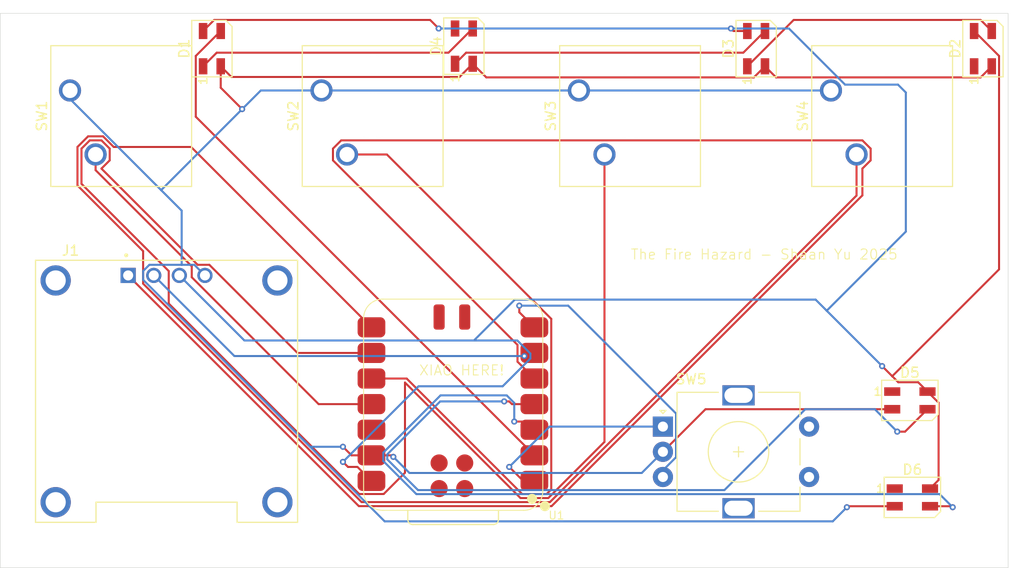
<source format=kicad_pcb>
(kicad_pcb (version 20240108) (generator "pcbnew") (generator_version "8.0")
  (layers (0 "F.Cu" signal) (31 "B.Cu" signal) (34 "B.Paste" user) (35 "F.Paste" user) (36 "B.SilkS" user "B.Silkscreen") (37 "F.SilkS" user "F.Silkscreen") (38 "B.Mask" user) (39 "F.Mask" user) (44 "Edge.Cuts" user))
  (net 0 "")
  (net 1 "Net-(D1-VSS)")
  (net 2 "Net-(D1-VDD)")
  (net 3 "Net-(D1-DIN)")
  (net 6 "Net-(D5-DIN)")
  (net 7 "Net-(D6-DIN)")
  (net 9 "Net-(J1-Pin_1)")
  (net 10 "Net-(J1-Pin_2)")
  (net 11 "Net-(U1-PA6_A10_D10_MOSI)")
  (net 12 "Net-(U1-PA5_A9_D9_MISO)")
  (net 13 "Net-(U1-PA7_A8_D8_SCK)")
  (net 14 "Net-(U1-PB09_A7_D7_RX)")
  (net 15 "Net-(U1-PA02_A0_D0)")
  (net 16 "Net-(U1-PB08_A6_D6_TX)")
  (net 18 "Net-(D1-DOUT)")
  (net 19 "Net-(D2-DIN)")
  (net 20 "Net-(D3-DIN)")
  (footprint "models:LED_SK6812MINI_PLCC4_3.5x3.5mm_P1.75mm" (layer "F.Cu") (at 126.5 104.5 90)
    (property "Reference" "D1" (at 0 -2.75 90) (layer "F.SilkS"))
    (property "Value" "SK6812MINI")
    (fp_line (start -2.8 -2) (end 2.8 -2) (stroke (width 0.12)) (layer "F.SilkS"))
    (fp_line (start -2.8 -2) (end -2.8 2) (stroke (width 0.12)) (layer "F.SilkS"))
    (fp_line (start 2.8 1.4) (end 2.8 -2) (stroke (width 0.12)) (layer "F.SilkS"))
    (fp_line (start 2.8 1.4) (end 2.2 2) (stroke (width 0.12)) (layer "F.SilkS"))
    (fp_line (start -2.8 2) (end 2.2 2) (stroke (width 0.12)) (layer "F.SilkS"))
    (fp_text user "1" (at -3.2 -0.875 90) (layer "F.SilkS") (effects (font (size 0.8 0.8))))
    (pad "1" smd rect (at -1.75 -0.875 90) (size 1.6 0.85) (layers "F.Cu" "F.Paste" "F.Mask") (net 18 "Net-(D1-DOUT)"))
    (pad "2" smd rect (at -1.75 0.875 90) (size 1.6 0.85) (layers "F.Cu" "F.Paste" "F.Mask") (net 1 "Net-(D1-VSS)"))
    (pad "3" smd rect (at 1.75 0.875 90) (size 1.6 0.85) (layers "F.Cu" "F.Paste" "F.Mask") (net 3 "Net-(D1-DIN)"))
    (pad "4" smd rect (at 1.75 -0.875 90) (size 1.6 0.85) (layers "F.Cu" "F.Paste" "F.Mask") (net 2 "Net-(D1-VDD)"))
  )
  (footprint "models:LED_SK6812MINI_PLCC4_3.5x3.5mm_P1.75mm" (layer "F.Cu") (at 151.5 104.25 90)
    (property "Reference" "D4" (at 0 -2.75 90) (layer "F.SilkS"))
    (property "Value" "SK6812MINI")
    (fp_line (start -2.8 -2) (end 2.8 -2) (stroke (width 0.12)) (layer "F.SilkS"))
    (fp_line (start -2.8 -2) (end -2.8 2) (stroke (width 0.12)) (layer "F.SilkS"))
    (fp_line (start 2.8 1.4) (end 2.8 -2) (stroke (width 0.12)) (layer "F.SilkS"))
    (fp_line (start 2.8 1.4) (end 2.2 2) (stroke (width 0.12)) (layer "F.SilkS"))
    (fp_line (start -2.8 2) (end 2.2 2) (stroke (width 0.12)) (layer "F.SilkS"))
    (fp_text user "1" (at -3.2 -0.875 90) (layer "F.SilkS") (effects (font (size 0.8 0.8))))
    (pad "1" smd rect (at -1.75 -0.875 90) (size 1.6 0.85) (layers "F.Cu" "F.Paste" "F.Mask") (net 20 "Net-(D3-DIN)"))
    (pad "2" smd rect (at -1.75 0.875 90) (size 1.6 0.85) (layers "F.Cu" "F.Paste" "F.Mask") (net 1 "Net-(D1-VSS)"))
    (pad "3" smd rect (at 1.75 0.875 90) (size 1.6 0.85) (layers "F.Cu" "F.Paste" "F.Mask") (net 18 "Net-(D1-DOUT)"))
    (pad "4" smd rect (at 1.75 -0.875 90) (size 1.6 0.85) (layers "F.Cu" "F.Paste" "F.Mask") (net 2 "Net-(D1-VDD)"))
  )
  (footprint "models:SW_Cherry_MX_1.00u_PCB" (layer "F.Cu") (at 137.37 108.65 90)
    (property "Reference" "SW2" (at -2.54 -2.794 90) (layer "F.SilkS"))
    (property "Value" "SW_Push")
    (fp_line (start 4.445 -1.905) (end 4.445 12.065) (stroke (width 0.12)) (layer "F.SilkS"))
    (fp_line (start -9.525 -1.905) (end 4.445 -1.905) (stroke (width 0.12)) (layer "F.SilkS"))
    (fp_line (start 4.445 12.065) (end -9.525 12.065) (stroke (width 0.12)) (layer "F.SilkS"))
    (fp_line (start -9.525 12.065) (end -9.525 -1.905) (stroke (width 0.12)) (layer "F.SilkS"))
    (pad "" np_thru_hole circle (at -7.62 5.08 90) (size 1.7 1.7) (drill 1.7) (layers "*.Cu" "*.Mask"))
    (pad "" np_thru_hole circle (at -2.54 5.08 90) (size 4 4) (drill 4) (layers "*.Cu" "*.Mask"))
    (pad "" np_thru_hole circle (at 2.54 5.08 90) (size 1.7 1.7) (drill 1.7) (layers "*.Cu" "*.Mask"))
    (pad "1" thru_hole circle (at 0 0 90) (size 2.2 2.2) (drill 1.5) (layers "*.Cu" "*.Mask") (net 1 "Net-(D1-VSS)"))
    (pad "2" thru_hole circle (at -6.35 2.54 90) (size 2.2 2.2) (drill 1.5) (layers "*.Cu" "*.Mask") (net 12 "Net-(U1-PA5_A9_D9_MISO)"))
  )
  (footprint "models:XIAO-RP2040-SMD" (layer "F.Cu") (at 150.4955 139.76975 180)
    (property "Reference" "U1" (at -9.335 -11.5 180) (layer "F.SilkS") (effects (font (size 0.78232 0.78232) (thickness 0.10668)) (justify left bottom)))
    (property "Value" "MOUDLE-SEEEDUINO-XIAO")
    (fp_line (start 8.945 8.513) (end 8.945 -8.632) (stroke (width 0.1)) (layer "F.SilkS"))
    (fp_line (start 7.04 -10.537) (end -6.93 -10.537) (stroke (width 0.1)) (layer "F.SilkS"))
    (fp_line (start 4.559 -11.447) (end 4.559 -10.537) (stroke (width 0.127)) (layer "F.SilkS"))
    (fp_line (start -3.936272 -11.947) (end 4.059 -11.947) (stroke (width 0.127)) (layer "F.SilkS"))
    (fp_line (start -4.44 -10.537) (end -4.436272 -11.447272) (stroke (width 0.127)) (layer "F.SilkS"))
    (fp_line (start -6.93 10.418) (end 7.04 10.418) (stroke (width 0.1)) (layer "F.SilkS"))
    (fp_line (start -8.835 8.513) (end -8.835 -8.632) (stroke (width 0.1)) (layer "F.SilkS"))
    (fp_arc (start 8.945 8.513) (mid 8.387038 9.860038) (end 7.04 10.418) (stroke (width 0.1)) (layer "F.SilkS"))
    (fp_arc (start 7.04 -10.537) (mid 8.387038 -9.979038) (end 8.945 -8.632) (stroke (width 0.1)) (layer "F.SilkS"))
    (fp_arc (start 4.059 -11.947) (mid 4.412553 -11.800553) (end 4.559 -11.447) (stroke (width 0.127)) (layer "F.SilkS"))
    (fp_arc (start -4.436272 -11.447272) (mid -4.289724 -11.800644) (end -3.936272 -11.947) (stroke (width 0.127)) (layer "F.SilkS"))
    (fp_arc (start -6.93 10.418) (mid -8.277038 9.860038) (end -8.835 8.513) (stroke (width 0.1)) (layer "F.SilkS"))
    (fp_arc (start -8.835 -8.636) (mid -8.277038 -9.983038) (end -6.93 -10.541) (stroke (width 0.1)) (layer "F.SilkS"))
    (fp_circle (center -7.771 -9.404) (end -7.771 -9.658) (stroke (width 0.5)) (fill solid) (layer "F.SilkS"))
    (fp_circle (center -9.045 -10.121) (end -9.045 -10.375) (stroke (width 0.5)) (fill solid) (layer "F.SilkS"))
    (pad "1" smd roundrect (at -8 -7.62 180) (size 2.75 2) (layers "F.Cu" "F.Paste" "F.Mask") (net 15 "Net-(U1-PA02_A0_D0)"))
    (pad "2" smd roundrect (at -8 -5.08 180) (size 2.75 2) (layers "F.Cu" "F.Paste" "F.Mask") (net 3 "Net-(D1-DIN)"))
    (pad "3" smd roundrect (at -8 -2.54 180) (size 2.75 2) (layers "F.Cu" "F.Paste" "F.Mask") (net 7 "Net-(D6-DIN)"))
    (pad "4" smd roundrect (at -8 0 180) (size 2.75 2) (layers "F.Cu" "F.Paste" "F.Mask") (net 6 "Net-(D5-DIN)"))
    (pad "5" smd roundrect (at -8 2.54 180) (size 2.75 2) (layers "F.Cu" "F.Paste" "F.Mask") (net 9 "Net-(J1-Pin_1)"))
    (pad "6" smd roundrect (at -8 5.08 180) (size 2.75 2) (layers "F.Cu" "F.Paste" "F.Mask") (net 10 "Net-(J1-Pin_2)"))
    (pad "7" smd roundrect (at -8 7.62 180) (size 2.75 2) (layers "F.Cu" "F.Paste" "F.Mask") (net 16 "Net-(U1-PB08_A6_D6_TX)"))
    (pad "8" smd roundrect (at 8.165 7.62 180) (size 2.75 2) (layers "F.Cu" "F.Paste" "F.Mask") (net 14 "Net-(U1-PB09_A7_D7_RX)"))
    (pad "9" smd roundrect (at 8.165 5.08 180) (size 2.75 2) (layers "F.Cu" "F.Paste" "F.Mask") (net 13 "Net-(U1-PA7_A8_D8_SCK)"))
    (pad "10" smd roundrect (at 8.165 2.54 180) (size 2.75 2) (layers "F.Cu" "F.Paste" "F.Mask") (net 12 "Net-(U1-PA5_A9_D9_MISO)"))
    (pad "11" smd roundrect (at 8.165 0 180) (size 2.75 2) (layers "F.Cu" "F.Paste" "F.Mask") (net 11 "Net-(U1-PA6_A10_D10_MOSI)"))
    (pad "12" smd roundrect (at 8.165 -2.54 180) (size 2.75 2) (layers "F.Cu" "F.Paste" "F.Mask"))
    (pad "13" smd roundrect (at 8.165 -5.08 180) (size 2.75 2) (layers "F.Cu" "F.Paste" "F.Mask") (net 1 "Net-(D1-VSS)"))
    (pad "14" smd roundrect (at 8.165 -7.62 180) (size 2.75 2) (layers "F.Cu" "F.Paste" "F.Mask") (net 2 "Net-(D1-VDD)"))
    (pad "15" smd roundrect (at -1.088 8.64 90) (size 2.5 1.1) (layers "F.Cu" "F.Paste" "F.Mask"))
    (pad "16" smd roundrect (at 1.452 8.64 90) (size 2.5 1.1) (layers "F.Cu" "F.Paste" "F.Mask"))
    (pad "17" smd circle (at -1.088 -8.378 180) (size 1.7 1.7) (layers "F.Cu" "F.Paste" "F.Mask"))
    (pad "18" smd circle (at 1.452 -8.378 180) (size 1.7 1.7) (layers "F.Cu" "F.Paste" "F.Mask"))
    (pad "19" smd circle (at -1.088 -5.838 180) (size 1.7 1.7) (layers "F.Cu" "F.Paste" "F.Mask"))
    (pad "20" smd circle (at 1.452 -5.838 180) (size 1.7 1.7) (layers "F.Cu" "F.Paste" "F.Mask"))
  )
  (footprint "models:RotaryEncoder_Alps_EC11E-Switch_Vertical_H20mm" (layer "F.Cu") (at 171.25 142)
    (property "Reference" "SW5" (at 2.8 -4.7 0) (layer "F.SilkS"))
    (property "Value" "RotaryEncoder")
    (fp_line (start -0.3 -1.6) (end 0.3 -1.6) (stroke (width 0.12)) (layer "F.SilkS"))
    (fp_line (start 0 -1.3) (end -0.3 -1.6) (stroke (width 0.12)) (layer "F.SilkS"))
    (fp_line (start 0.3 -1.6) (end 0 -1.3) (stroke (width 0.12)) (layer "F.SilkS"))
    (fp_line (start 1.4 -3.4) (end 1.4 8.4) (stroke (width 0.12)) (layer "F.SilkS"))
    (fp_line (start 5.5 -3.4) (end 1.4 -3.4) (stroke (width 0.12)) (layer "F.SilkS"))
    (fp_line (start 5.5 8.4) (end 1.4 8.4) (stroke (width 0.12)) (layer "F.SilkS"))
    (fp_line (start 7 2.5) (end 8 2.5) (stroke (width 0.12)) (layer "F.SilkS"))
    (fp_line (start 7.5 2) (end 7.5 3) (stroke (width 0.12)) (layer "F.SilkS"))
    (fp_line (start 9.5 -3.4) (end 13.6 -3.4) (stroke (width 0.12)) (layer "F.SilkS"))
    (fp_line (start 13.6 -3.4) (end 13.6 -1) (stroke (width 0.12)) (layer "F.SilkS"))
    (fp_line (start 13.6 1.2) (end 13.6 3.8) (stroke (width 0.12)) (layer "F.SilkS"))
    (fp_line (start 13.6 6) (end 13.6 8.4) (stroke (width 0.12)) (layer "F.SilkS"))
    (fp_line (start 13.6 8.4) (end 9.5 8.4) (stroke (width 0.12)) (layer "F.SilkS"))
    (fp_circle (center 7.5 2.5) (end 10.5 2.5) (stroke (width 0.12)) (fill none) (layer "F.SilkS"))
    (pad "A" thru_hole rect (at 0 0) (size 2 2) (drill 1) (layers "*.Cu" "*.Mask") (net 15 "Net-(U1-PA02_A0_D0)"))
    (pad "B" thru_hole circle (at 0 5) (size 2 2) (drill 1) (layers "*.Cu" "*.Mask") (net 16 "Net-(U1-PB08_A6_D6_TX)"))
    (pad "C" thru_hole circle (at 0 2.5) (size 2 2) (drill 1) (layers "*.Cu" "*.Mask") (net 1 "Net-(D1-VSS)"))
    (pad "MP" thru_hole rect (at 7.5 -3.1) (size 3.2 2) (drill oval 2.8 1.5) (layers "*.Cu" "*.Mask"))
    (pad "MP" thru_hole rect (at 7.5 8.1) (size 3.2 2) (drill oval 2.8 1.5) (layers "*.Cu" "*.Mask"))
    (pad "S1" thru_hole circle (at 14.5 5) (size 2 2) (drill 1) (layers "*.Cu" "*.Mask"))
    (pad "S2" thru_hole circle (at 14.5 0) (size 2 2) (drill 1) (layers "*.Cu" "*.Mask"))
  )
  (footprint "models:SW_Cherry_MX_1.00u_PCB" (layer "F.Cu") (at 162.91 108.65 90)
    (property "Reference" "SW3" (at -2.54 -2.794 90) (layer "F.SilkS"))
    (property "Value" "SW_Push")
    (fp_line (start 4.445 -1.905) (end 4.445 12.065) (stroke (width 0.12)) (layer "F.SilkS"))
    (fp_line (start -9.525 -1.905) (end 4.445 -1.905) (stroke (width 0.12)) (layer "F.SilkS"))
    (fp_line (start 4.445 12.065) (end -9.525 12.065) (stroke (width 0.12)) (layer "F.SilkS"))
    (fp_line (start -9.525 12.065) (end -9.525 -1.905) (stroke (width 0.12)) (layer "F.SilkS"))
    (pad "" np_thru_hole circle (at -7.62 5.08 90) (size 1.7 1.7) (drill 1.7) (layers "*.Cu" "*.Mask"))
    (pad "" np_thru_hole circle (at -2.54 5.08 90) (size 4 4) (drill 4) (layers "*.Cu" "*.Mask"))
    (pad "" np_thru_hole circle (at 2.54 5.08 90) (size 1.7 1.7) (drill 1.7) (layers "*.Cu" "*.Mask"))
    (pad "1" thru_hole circle (at 0 0 90) (size 2.2 2.2) (drill 1.5) (layers "*.Cu" "*.Mask") (net 1 "Net-(D1-VSS)"))
    (pad "2" thru_hole circle (at -6.35 2.54 90) (size 2.2 2.2) (drill 1.5) (layers "*.Cu" "*.Mask") (net 13 "Net-(U1-PA7_A8_D8_SCK)"))
  )
  (footprint "models:LED_SK6812MINI_PLCC4_3.5x3.5mm_P1.75mm" (layer "F.Cu") (at 195.75 139.4)
    (property "Reference" "D5" (at 0 -2.75 0) (layer "F.SilkS"))
    (property "Value" "SK6812MINI")
    (fp_line (start -2.8 -2) (end -2.8 2) (stroke (width 0.12)) (layer "F.SilkS"))
    (fp_line (start -2.8 -2) (end 2.8 -2) (stroke (width 0.12)) (layer "F.SilkS"))
    (fp_line (start -2.8 2) (end 2.2 2) (stroke (width 0.12)) (layer "F.SilkS"))
    (fp_line (start 2.8 1.4) (end 2.2 2) (stroke (width 0.12)) (layer "F.SilkS"))
    (fp_line (start 2.8 1.4) (end 2.8 -2) (stroke (width 0.12)) (layer "F.SilkS"))
    (fp_text user "1" (at -3.2 -0.875 0) (layer "F.SilkS") (effects (font (size 0.8 0.8))))
    (pad "1" smd rect (at -1.75 -0.875) (size 1.6 0.85) (layers "F.Cu" "F.Paste" "F.Mask"))
    (pad "2" smd rect (at -1.75 0.875) (size 1.6 0.85) (layers "F.Cu" "F.Paste" "F.Mask") (net 1 "Net-(D1-VSS)"))
    (pad "3" smd rect (at 1.75 0.875) (size 1.6 0.85) (layers "F.Cu" "F.Paste" "F.Mask") (net 6 "Net-(D5-DIN)"))
    (pad "4" smd rect (at 1.75 -0.875) (size 1.6 0.85) (layers "F.Cu" "F.Paste" "F.Mask") (net 2 "Net-(D1-VDD)"))
  )
  (footprint "models:MODULE_DM-OLED096-636" (layer "F.Cu") (at 122 138.5)
    (property "Reference" "J1" (at -9.525 -13.97 0) (layer "F.SilkS"))
    (property "Value" "Conn_01x04")
    (fp_line (start -13 -13) (end 13 -13) (stroke (width 0.127)) (layer "F.SilkS"))
    (fp_line (start -13 13) (end -13 -13) (stroke (width 0.127)) (layer "F.SilkS"))
    (fp_line (start -7 11) (end -7 13) (stroke (width 0.127)) (layer "F.SilkS"))
    (fp_line (start -7 13) (end -13 13) (stroke (width 0.127)) (layer "F.SilkS"))
    (fp_line (start 7 11) (end -7 11) (stroke (width 0.127)) (layer "F.SilkS"))
    (fp_line (start 7 13) (end 7 11) (stroke (width 0.127)) (layer "F.SilkS"))
    (fp_line (start 13 -13) (end 13 13) (stroke (width 0.127)) (layer "F.SilkS"))
    (fp_line (start 13 13) (end 7 13) (stroke (width 0.127)) (layer "F.SilkS"))
    (fp_circle (center -4 -13.5) (end -3.9 -13.5) (stroke (width 0.2)) (fill none) (layer "F.SilkS"))
    (pad "1" thru_hole rect (at -3.81 -11.5) (size 1.508 1.508) (drill 1) (layers "*.Cu" "*.Mask") (net 9 "Net-(J1-Pin_1)"))
    (pad "2" thru_hole circle (at -1.27 -11.5) (size 1.508 1.508) (drill 1) (layers "*.Cu" "*.Mask") (net 10 "Net-(J1-Pin_2)"))
    (pad "3" thru_hole circle (at 1.27 -11.5) (size 1.508 1.508) (drill 1) (layers "*.Cu" "*.Mask") (net 2 "Net-(D1-VDD)"))
    (pad "4" thru_hole circle (at 3.81 -11.5) (size 1.508 1.508) (drill 1) (layers "*.Cu" "*.Mask") (net 1 "Net-(D1-VSS)"))
    (pad "S1" thru_hole circle (at -11 -11) (size 3 3) (drill 2) (layers "*.Cu" "*.Mask"))
    (pad "S2" thru_hole circle (at 11 -11) (size 3 3) (drill 2) (layers "*.Cu" "*.Mask"))
    (pad "S3" thru_hole circle (at 11 11) (size 3 3) (drill 2) (layers "*.Cu" "*.Mask"))
    (pad "S4" thru_hole circle (at -11 11) (size 3 3) (drill 2) (layers "*.Cu" "*.Mask"))
  )
  (footprint "models:LED_SK6812MINI_PLCC4_3.5x3.5mm_P1.75mm" (layer "F.Cu") (at 180.5 104.5 90)
    (property "Reference" "D3" (at 0 -2.75 90) (layer "F.SilkS"))
    (property "Value" "SK6812MINI")
    (fp_line (start -2.8 -2) (end 2.8 -2) (stroke (width 0.12)) (layer "F.SilkS"))
    (fp_line (start -2.8 -2) (end -2.8 2) (stroke (width 0.12)) (layer "F.SilkS"))
    (fp_line (start 2.8 1.4) (end 2.8 -2) (stroke (width 0.12)) (layer "F.SilkS"))
    (fp_line (start 2.8 1.4) (end 2.2 2) (stroke (width 0.12)) (layer "F.SilkS"))
    (fp_line (start -2.8 2) (end 2.2 2) (stroke (width 0.12)) (layer "F.SilkS"))
    (fp_text user "1" (at -3.2 -0.875 90) (layer "F.SilkS") (effects (font (size 0.8 0.8))))
    (pad "1" smd rect (at -1.75 -0.875 90) (size 1.6 0.85) (layers "F.Cu" "F.Paste" "F.Mask") (net 19 "Net-(D2-DIN)"))
    (pad "2" smd rect (at -1.75 0.875 90) (size 1.6 0.85) (layers "F.Cu" "F.Paste" "F.Mask") (net 1 "Net-(D1-VSS)"))
    (pad "3" smd rect (at 1.75 0.875 90) (size 1.6 0.85) (layers "F.Cu" "F.Paste" "F.Mask") (net 20 "Net-(D3-DIN)"))
    (pad "4" smd rect (at 1.75 -0.875 90) (size 1.6 0.85) (layers "F.Cu" "F.Paste" "F.Mask") (net 2 "Net-(D1-VDD)"))
  )
  (footprint "models:SW_Cherry_MX_1.00u_PCB" (layer "F.Cu") (at 187.92 108.65 90)
    (property "Reference" "SW4" (at -2.54 -2.794 90) (layer "F.SilkS"))
    (property "Value" "SW_Push")
    (fp_line (start 4.445 -1.905) (end 4.445 12.065) (stroke (width 0.12)) (layer "F.SilkS"))
    (fp_line (start -9.525 -1.905) (end 4.445 -1.905) (stroke (width 0.12)) (layer "F.SilkS"))
    (fp_line (start 4.445 12.065) (end -9.525 12.065) (stroke (width 0.12)) (layer "F.SilkS"))
    (fp_line (start -9.525 12.065) (end -9.525 -1.905) (stroke (width 0.12)) (layer "F.SilkS"))
    (pad "" np_thru_hole circle (at -7.62 5.08 90) (size 1.7 1.7) (drill 1.7) (layers "*.Cu" "*.Mask"))
    (pad "" np_thru_hole circle (at -2.54 5.08 90) (size 4 4) (drill 4) (layers "*.Cu" "*.Mask"))
    (pad "" np_thru_hole circle (at 2.54 5.08 90) (size 1.7 1.7) (drill 1.7) (layers "*.Cu" "*.Mask"))
    (pad "1" thru_hole circle (at 0 0 90) (size 2.2 2.2) (drill 1.5) (layers "*.Cu" "*.Mask") (net 1 "Net-(D1-VSS)"))
    (pad "2" thru_hole circle (at -6.35 2.54 90) (size 2.2 2.2) (drill 1.5) (layers "*.Cu" "*.Mask") (net 14 "Net-(U1-PB09_A7_D7_RX)"))
  )
  (footprint "models:LED_SK6812MINI_PLCC4_3.5x3.5mm_P1.75mm" (layer "F.Cu") (at 196 149.025)
    (property "Reference" "D6" (at 0 -2.75 0) (layer "F.SilkS"))
    (property "Value" "SK6812MINI")
    (fp_line (start -2.8 -2) (end -2.8 2) (stroke (width 0.12)) (layer "F.SilkS"))
    (fp_line (start -2.8 -2) (end 2.8 -2) (stroke (width 0.12)) (layer "F.SilkS"))
    (fp_line (start -2.8 2) (end 2.2 2) (stroke (width 0.12)) (layer "F.SilkS"))
    (fp_line (start 2.8 1.4) (end 2.2 2) (stroke (width 0.12)) (layer "F.SilkS"))
    (fp_line (start 2.8 1.4) (end 2.8 -2) (stroke (width 0.12)) (layer "F.SilkS"))
    (fp_text user "1" (at -3.2 -0.875 0) (layer "F.SilkS") (effects (font (size 0.8 0.8))))
    (pad "1" smd rect (at -1.75 -0.875) (size 1.6 0.85) (layers "F.Cu" "F.Paste" "F.Mask"))
    (pad "2" smd rect (at -1.75 0.875) (size 1.6 0.85) (layers "F.Cu" "F.Paste" "F.Mask") (net 1 "Net-(D1-VSS)"))
    (pad "3" smd rect (at 1.75 0.875) (size 1.6 0.85) (layers "F.Cu" "F.Paste" "F.Mask") (net 7 "Net-(D6-DIN)"))
    (pad "4" smd rect (at 1.75 -0.875) (size 1.6 0.85) (layers "F.Cu" "F.Paste" "F.Mask") (net 2 "Net-(D1-VDD)"))
  )
  (footprint "models:LED_SK6812MINI_PLCC4_3.5x3.5mm_P1.75mm" (layer "F.Cu") (at 203 104.5 90)
    (property "Reference" "D2" (at 0 -2.75 90) (layer "F.SilkS"))
    (property "Value" "SK6812MINI")
    (fp_line (start -2.8 -2) (end 2.8 -2) (stroke (width 0.12)) (layer "F.SilkS"))
    (fp_line (start -2.8 -2) (end -2.8 2) (stroke (width 0.12)) (layer "F.SilkS"))
    (fp_line (start 2.8 1.4) (end 2.8 -2) (stroke (width 0.12)) (layer "F.SilkS"))
    (fp_line (start 2.8 1.4) (end 2.2 2) (stroke (width 0.12)) (layer "F.SilkS"))
    (fp_line (start -2.8 2) (end 2.2 2) (stroke (width 0.12)) (layer "F.SilkS"))
    (fp_text user "1" (at -3.2 -0.875 90) (layer "F.SilkS") (effects (font (size 0.8 0.8))))
    (pad "1" smd rect (at -1.75 -0.875 90) (size 1.6 0.85) (layers "F.Cu" "F.Paste" "F.Mask"))
    (pad "2" smd rect (at -1.75 0.875 90) (size 1.6 0.85) (layers "F.Cu" "F.Paste" "F.Mask") (net 1 "Net-(D1-VSS)"))
    (pad "3" smd rect (at 1.75 0.875 90) (size 1.6 0.85) (layers "F.Cu" "F.Paste" "F.Mask") (net 19 "Net-(D2-DIN)"))
    (pad "4" smd rect (at 1.75 -0.875 90) (size 1.6 0.85) (layers "F.Cu" "F.Paste" "F.Mask") (net 2 "Net-(D1-VDD)"))
  )
  (footprint "models:SW_Cherry_MX_1.00u_PCB" (layer "F.Cu") (at 112.42 108.65 90)
    (property "Reference" "SW1" (at -2.54 -2.794 90) (layer "F.SilkS"))
    (property "Value" "SW_Push")
    (fp_line (start 4.445 -1.905) (end 4.445 12.065) (stroke (width 0.12)) (layer "F.SilkS"))
    (fp_line (start -9.525 -1.905) (end 4.445 -1.905) (stroke (width 0.12)) (layer "F.SilkS"))
    (fp_line (start 4.445 12.065) (end -9.525 12.065) (stroke (width 0.12)) (layer "F.SilkS"))
    (fp_line (start -9.525 12.065) (end -9.525 -1.905) (stroke (width 0.12)) (layer "F.SilkS"))
    (pad "" np_thru_hole circle (at -7.62 5.08 90) (size 1.7 1.7) (drill 1.7) (layers "*.Cu" "*.Mask"))
    (pad "" np_thru_hole circle (at -2.54 5.08 90) (size 4 4) (drill 4) (layers "*.Cu" "*.Mask"))
    (pad "" np_thru_hole circle (at 2.54 5.08 90) (size 1.7 1.7) (drill 1.7) (layers "*.Cu" "*.Mask"))
    (pad "1" thru_hole circle (at 0 0 90) (size 2.2 2.2) (drill 1.5) (layers "*.Cu" "*.Mask") (net 1 "Net-(D1-VSS)"))
    (pad "2" thru_hole circle (at -6.35 2.54 90) (size 2.2 2.2) (drill 1.5) (layers "*.Cu" "*.Mask") (net 11 "Net-(U1-PA6_A10_D10_MOSI)"))
  )
  (gr_rect (start 105.5 101) (end 205.5 156) (stroke (width 0.05)) (fill none) (layer "Edge.Cuts"))
  (gr_text "The Fire Hazard - Shaan Yu 2025" (at 168 125.5 0) (layer "F.SilkS") (effects (font (size 1 1) (thickness 0.1)) (justify left bottom)))
  (gr_text "XIAO HERE!" (at 147 137 0) (layer "F.SilkS") (effects (font (size 1 1) (thickness 0.1)) (justify left bottom)))
  (segment (start 202.775 107.35) (end 182.475 107.35) (width 0.2) (layer "F.Cu") (net 1))
  (segment (start 203.875 106.25) (end 202.775 107.35) (width 0.2) (layer "F.Cu") (net 1))
  (segment (start 127.375 108.375) (end 129.5 110.5) (width 0.2) (layer "F.Cu") (net 1))
  (segment (start 182.475 107.35) (end 181.375 106.25) (width 0.2) (layer "F.Cu") (net 1))
  (segment (start 140.34975 144.84975) (end 142.3305 144.84975) (width 0.2) (layer "F.Cu") (net 1))
  (segment (start 127.375 106.25) (end 127.375 108.375) (width 0.2) (layer "F.Cu") (net 1))
  (segment (start 128.435 107.31) (end 127.375 106.25) (width 0.2) (layer "F.Cu") (net 1))
  (segment (start 194.25 149.9) (end 189.6 149.9) (width 0.2) (layer "F.Cu") (net 1))
  (segment (start 153.725 107.35) (end 152.375 106) (width 0.2) (layer "F.Cu") (net 1))
  (segment (start 144.34975 144.84975) (end 142.3305 144.84975) (width 0.2) (layer "F.Cu") (net 1))
  (segment (start 139.5 144) (end 140.34975 144.84975) (width 0.2) (layer "F.Cu") (net 1))
  (segment (start 151.065 107.31) (end 128.435 107.31) (width 0.2) (layer "F.Cu") (net 1))
  (segment (start 175.475 140.275) (end 171.25 144.5) (width 0.2) (layer "F.Cu") (net 1))
  (segment (start 189.6 149.9) (end 189.5 150) (width 0.2) (layer "F.Cu") (net 1))
  (segment (start 144.5 145) (end 144.34975 144.84975) (width 0.2) (layer "F.Cu") (net 1))
  (segment (start 194 140.275) (end 175.475 140.275) (width 0.2) (layer "F.Cu") (net 1))
  (segment (start 152.375 106) (end 151.065 107.31) (width 0.2) (layer "F.Cu") (net 1))
  (segment (start 181.375 106.25) (end 180.275 107.35) (width 0.2) (layer "F.Cu") (net 1))
  (segment (start 180.275 107.35) (end 153.725 107.35) (width 0.2) (layer "F.Cu") (net 1))
  (via (at 144.5 145) (size 0.6) (drill 0.3) (layers "F.Cu" "B.Cu") (net 1))
  (via (at 129.5 110.5) (size 0.6) (drill 0.3) (layers "F.Cu" "B.Cu") (net 1))
  (via (at 189.5 150) (size 0.6) (drill 0.3) (layers "F.Cu" "B.Cu") (net 1))
  (via (at 139.5 144) (size 0.6) (drill 0.3) (layers "F.Cu" "B.Cu") (net 1))
  (segment (start 161 108.65) (end 135 108.65) (width 0.2) (layer "B.Cu") (net 1))
  (segment (start 137.37 108.65) (end 135 108.65) (width 0.2) (layer "B.Cu") (net 1))
  (segment (start 187.92 108.65) (end 161 108.65) (width 0.2) (layer "B.Cu") (net 1))
  (segment (start 188.1 151.4) (end 143.639418 151.4) (width 0.2) (layer "B.Cu") (net 1))
  (segment (start 129.5 110.5) (end 121.463528 118.536472) (width 0.2) (layer "B.Cu") (net 1))
  (segment (start 123.5 125.946) (end 120.293418 125.946) (width 0.2) (layer "B.Cu") (net 1))
  (segment (start 135 108.65) (end 131.35 108.65) (width 0.2) (layer "B.Cu") (net 1))
  (segment (start 127.619709 135.380291) (end 136.239418 144) (width 0.2) (layer "B.Cu") (net 1))
  (segment (start 143.639418 151.4) (end 127.619709 135.380291) (width 0.2) (layer "B.Cu") (net 1))
  (segment (start 171.25 144.5) (end 169.15 146.6) (width 0.2) (layer "B.Cu") (net 1))
  (segment (start 131.35 108.65) (end 129.5 110.5) (width 0.2) (layer "B.Cu") (net 1))
  (segment (start 124.756 125.946) (end 123.5 125.946) (width 0.2) (layer "B.Cu") (net 1))
  (segment (start 162.91 108.65) (end 161 108.65) (width 0.2) (layer "B.Cu") (net 1))
  (segment (start 121.463528 118.536472) (end 123.5 120.572944) (width 0.2) (layer "B.Cu") (net 1))
  (segment (start 119.676 127.436582) (end 127.619709 135.380291) (width 0.2) (layer "B.Cu") (net 1))
  (segment (start 125.81 127) (end 124.756 125.946) (width 0.2) (layer "B.Cu") (net 1))
  (segment (start 112.42 109.492944) (end 121.463528 118.536472) (width 0.2) (layer "B.Cu") (net 1))
  (segment (start 119.676 126.563418) (end 119.676 127.436582) (width 0.2) (layer "B.Cu") (net 1))
  (segment (start 189.5 150) (end 188.1 151.4) (width 0.2) (layer "B.Cu") (net 1))
  (segment (start 146.1 146.6) (end 144.5 145) (width 0.2) (layer "B.Cu") (net 1))
  (segment (start 136.239418 144) (end 139.5 144) (width 0.2) (layer "B.Cu") (net 1))
  (segment (start 169.15 146.6) (end 146.1 146.6) (width 0.2) (layer "B.Cu") (net 1))
  (segment (start 112.42 108.65) (end 112.42 109.492944) (width 0.2) (layer "B.Cu") (net 1))
  (segment (start 123.5 120.572944) (end 123.5 125.946) (width 0.2) (layer "B.Cu") (net 1))
  (segment (start 120.293418 125.946) (end 119.676 126.563418) (width 0.2) (layer "B.Cu") (net 1))
  (segment (start 202.125 102.75) (end 204.6 105.225) (width 0.2) (layer "F.Cu") (net 2))
  (segment (start 198.6 139.625) (end 197.5 138.525) (width 0.2) (layer "F.Cu") (net 2))
  (segment (start 179.625 102.75) (end 178.25 102.75) (width 0.2) (layer "F.Cu") (net 2))
  (segment (start 198.6 147.3) (end 198.6 139.625) (width 0.2) (layer "F.Cu") (net 2))
  (segment (start 125.625 102.75) (end 126.725 101.65) (width 0.2) (layer "F.Cu") (net 2))
  (segment (start 140.94075 146) (end 142.3305 147.38975) (width 0.2) (layer "F.Cu") (net 2))
  (segment (start 148.15 101.65) (end 149 102.5) (width 0.2) (layer "F.Cu") (net 2))
  (segment (start 194.6 137.6) (end 194 137) (width 0.2) (layer "F.Cu") (net 2))
  (segment (start 197.5 138.525) (end 196.575 137.6) (width 0.2) (layer "F.Cu") (net 2))
  (segment (start 204.6 105.225) (end 204.6 126.4) (width 0.2) (layer "F.Cu") (net 2))
  (segment (start 178.25 102.75) (end 178 102.5) (width 0.2) (layer "F.Cu") (net 2))
  (segment (start 197.75 148.15) (end 198.6 147.3) (width 0.2) (layer "F.Cu") (net 2))
  (segment (start 150.625 102.5) (end 149 102.5) (width 0.2) (layer "F.Cu") (net 2))
  (segment (start 194 137) (end 193 136) (width 0.2) (layer "F.Cu") (net 2))
  (segment (start 126.725 101.65) (end 148.15 101.65) (width 0.2) (layer "F.Cu") (net 2))
  (segment (start 196.575 137.6) (end 194.6 137.6) (width 0.2) (layer "F.Cu") (net 2))
  (segment (start 204.6 126.4) (end 194 137) (width 0.2) (layer "F.Cu") (net 2))
  (segment (start 140 146) (end 140.94075 146) (width 0.2) (layer "F.Cu") (net 2))
  (segment (start 139.5 145.5) (end 140 146) (width 0.2) (layer "F.Cu") (net 2))
  (via (at 139.5 145.5) (size 0.6) (drill 0.3) (layers "F.Cu" "B.Cu") (net 2))
  (via (at 149 102.5) (size 0.6) (drill 0.3) (layers "F.Cu" "B.Cu") (net 2))
  (via (at 178 102.5) (size 0.6) (drill 0.3) (layers "F.Cu" "B.Cu") (net 2))
  (via (at 193 136) (size 0.6) (drill 0.3) (layers "F.Cu" "B.Cu") (net 2))
  (segment (start 195.35 108.85) (end 195.35 122.65) (width 0.2) (layer "B.Cu") (net 2))
  (segment (start 187.5 130.5) (end 186.4 129.4) (width 0.2) (layer "B.Cu") (net 2))
  (segment (start 149 102.5) (end 178 102.5) (width 0.2) (layer "B.Cu") (net 2))
  (segment (start 158.1 135.248529) (end 155.348529 138) (width 0.2) (layer "B.Cu") (net 2))
  (segment (start 158.1 134.751471) (end 158.1 135.248529) (width 0.2) (layer "B.Cu") (net 2))
  (segment (start 186.4 129.4) (end 156.554415 129.4) (width 0.2) (layer "B.Cu") (net 2))
  (segment (start 193 136) (end 187.5 130.5) (width 0.2) (layer "B.Cu") (net 2))
  (segment (start 123.27 127) (end 129.724415 133.454415) (width 0.2) (layer "B.Cu") (net 2))
  (segment (start 156.802944 133.454415) (end 158.1 134.751471) (width 0.2) (layer "B.Cu") (net 2))
  (segment (start 152.5 133.454415) (end 156.802944 133.454415) (width 0.2) (layer "B.Cu") (net 2))
  (segment (start 183.749899 102.5) (end 189.32 108.070101) (width 0.2) (layer "B.Cu") (net 2))
  (segment (start 194.570101 108.070101) (end 195.35 108.85) (width 0.2) (layer "B.Cu") (net 2))
  (segment (start 129.724415 133.454415) (end 152.5 133.454415) (width 0.2) (layer "B.Cu") (net 2))
  (segment (start 178 102.5) (end 183.749899 102.5) (width 0.2) (layer "B.Cu") (net 2))
  (segment (start 189.32 108.070101) (end 194.570101 108.070101) (width 0.2) (layer "B.Cu") (net 2))
  (segment (start 155.348529 138) (end 147 138) (width 0.2) (layer "B.Cu") (net 2))
  (segment (start 195.35 122.65) (end 187.5 130.5) (width 0.2) (layer "B.Cu") (net 2))
  (segment (start 147 138) (end 139.5 145.5) (width 0.2) (layer "B.Cu") (net 2))
  (segment (start 156.554415 129.4) (end 152.5 133.454415) (width 0.2) (layer "B.Cu") (net 2))
  (segment (start 124.9 105.225) (end 124.9 111.25425) (width 0.2) (layer "F.Cu") (net 3))
  (segment (start 124.9 111.25425) (end 158.4955 144.84975) (width 0.2) (layer "F.Cu") (net 3))
  (segment (start 127.375 102.75) (end 124.9 105.225) (width 0.2) (layer "F.Cu") (net 3))
  (segment (start 155.5 139.5) (end 156 139.5) (width 0.2) (layer "F.Cu") (net 6))
  (segment (start 197.5 140.275) (end 195.275 142.5) (width 0.2) (layer "F.Cu") (net 6))
  (segment (start 195.275 142.5) (end 194.5 142.5) (width 0.2) (layer "F.Cu") (net 6))
  (segment (start 156 139.5) (end 156.26975 139.76975) (width 0.2) (layer "F.Cu") (net 6))
  (segment (start 156.26975 139.76975) (end 158.4955 139.76975) (width 0.2) (layer "F.Cu") (net 6))
  (via (at 194.5 142.5) (size 0.6) (drill 0.3) (layers "F.Cu" "B.Cu") (net 6))
  (via (at 155.5 139.5) (size 0.6) (drill 0.3) (layers "F.Cu" "B.Cu") (net 6))
  (segment (start 177.35 148.3) (end 146.951471 148.3) (width 0.2) (layer "B.Cu") (net 6))
  (segment (start 149.151471 139.5) (end 155.5 139.5) (width 0.2) (layer "B.Cu") (net 6))
  (segment (start 194.5 142.5) (end 192.275 140.275) (width 0.2) (layer "B.Cu") (net 6))
  (segment (start 146.951471 148.3) (end 143.9 145.248529) (width 0.2) (layer "B.Cu") (net 6))
  (segment (start 192.275 140.275) (end 185.375 140.275) (width 0.2) (layer "B.Cu") (net 6))
  (segment (start 143.9 144.751471) (end 149.151471 139.5) (width 0.2) (layer "B.Cu") (net 6))
  (segment (start 143.9 145.248529) (end 143.9 144.751471) (width 0.2) (layer "B.Cu") (net 6))
  (segment (start 185.375 140.275) (end 177.35 148.3) (width 0.2) (layer "B.Cu") (net 6))
  (segment (start 156.5 141.5) (end 157.68575 141.5) (width 0.2) (layer "F.Cu") (net 7))
  (segment (start 157.68575 141.5) (end 158.4955 142.30975) (width 0.2) (layer "F.Cu") (net 7))
  (segment (start 197.75 149.9) (end 199.9 149.9) (width 0.2) (layer "F.Cu") (net 7))
  (segment (start 199.9 149.9) (end 200 150) (width 0.2) (layer "F.Cu") (net 7))
  (via (at 156.5 141.5) (size 0.6) (drill 0.3) (layers "F.Cu" "B.Cu") (net 7))
  (via (at 200 150) (size 0.6) (drill 0.3) (layers "F.Cu" "B.Cu") (net 7))
  (segment (start 198.7 148.7) (end 146.785785 148.7) (width 0.2) (layer "B.Cu") (net 7))
  (segment (start 149.185785 138.9) (end 155.748529 138.9) (width 0.2) (layer "B.Cu") (net 7))
  (segment (start 156.5 139.651471) (end 156.5 141.5) (width 0.2) (layer "B.Cu") (net 7))
  (segment (start 155.748529 138.9) (end 156.5 139.651471) (width 0.2) (layer "B.Cu") (net 7))
  (segment (start 143.5 144.585785) (end 149.185785 138.9) (width 0.2) (layer "B.Cu") (net 7))
  (segment (start 146.785785 148.7) (end 143.5 145.414215) (width 0.2) (layer "B.Cu") (net 7))
  (segment (start 200 150) (end 198.7 148.7) (width 0.2) (layer "B.Cu") (net 7))
  (segment (start 143.5 145.414215) (end 143.5 144.585785) (width 0.2) (layer "B.Cu") (net 7))
  (segment (start 191.86 115.579899) (end 191.86 114.420101) (width 0.2) (layer "F.Cu") (net 9))
  (segment (start 139.330101 113.6) (end 138.51 114.420101) (width 0.2) (layer "F.Cu") (net 9))
  (segment (start 156.8205 133.890399) (end 156.8205 135.55475) (width 0.2) (layer "F.Cu") (net 9))
  (segment (start 156.8205 135.55475) (end 158.4955 137.22975) (width 0.2) (layer "F.Cu") (net 9))
  (segment (start 118.19 127) (end 141.07975 149.88975) (width 0.2) (layer "F.Cu") (net 9))
  (segment (start 191.039899 113.6) (end 139.330101 113.6) (width 0.2) (layer "F.Cu") (net 9))
  (segment (start 191.039899 119.056051) (end 191.039899 116.4) (width 0.2) (layer "F.Cu") (net 9))
  (segment (start 141.07975 149.88975) (end 160.2062 149.88975) (width 0.2) (layer "F.Cu") (net 9))
  (segment (start 191.039899 116.4) (end 191.86 115.579899) (width 0.2) (layer "F.Cu") (net 9))
  (segment (start 160.2062 149.88975) (end 191.039899 119.056051) (width 0.2) (layer "F.Cu") (net 9))
  (segment (start 138.51 114.420101) (end 138.51 115.579899) (width 0.2) (layer "F.Cu") (net 9))
  (segment (start 191.86 114.420101) (end 191.039899 113.6) (width 0.2) (layer "F.Cu") (net 9))
  (segment (start 138.51 115.579899) (end 156.8205 133.890399) (width 0.2) (layer "F.Cu") (net 9))
  (segment (start 157.5 135) (end 158.18525 135) (width 0.2) (layer "F.Cu") (net 10))
  (segment (start 158.18525 135) (end 158.4955 134.68975) (width 0.2) (layer "F.Cu") (net 10))
  (via (at 157.5 135) (size 0.6) (drill 0.3) (layers "F.Cu" "B.Cu") (net 10))
  (segment (start 120.73 127) (end 128.73 135) (width 0.2) (layer "B.Cu") (net 10))
  (segment (start 128.73 135) (end 157.5 135) (width 0.2) (layer "B.Cu") (net 10))
  (segment (start 137.089168 139.76975) (end 142.3305 139.76975) (width 0.2) (layer "F.Cu") (net 11))
  (segment (start 124.5 126.095634) (end 124.5 127.180582) (width 0.2) (layer "F.Cu") (net 11))
  (segment (start 114.96 115) (end 114.96 116.555634) (width 0.2) (layer "F.Cu") (net 11))
  (segment (start 124.5 127.180582) (end 137.089168 139.76975) (width 0.2) (layer "F.Cu") (net 11))
  (segment (start 114.96 116.555634) (end 124.5 126.095634) (width 0.2) (layer "F.Cu") (net 11))
  (segment (start 143.859392 115) (end 160.1705 131.311108) (width 0.2) (layer "F.Cu") (net 12))
  (segment (start 160.1705 148.228392) (end 159.709142 148.68975) (width 0.2) (layer "F.Cu") (net 12))
  (segment (start 157.281858 148.68975) (end 145.821858 137.22975) (width 0.2) (layer "F.Cu") (net 12))
  (segment (start 145.821858 137.22975) (end 142.3305 137.22975) (width 0.2) (layer "F.Cu") (net 12))
  (segment (start 139.91 115) (end 143.859392 115) (width 0.2) (layer "F.Cu") (net 12))
  (segment (start 160.1705 131.311108) (end 160.1705 148.228392) (width 0.2) (layer "F.Cu") (net 12))
  (segment (start 159.709142 148.68975) (end 157.281858 148.68975) (width 0.2) (layer "F.Cu") (net 12))
  (segment (start 113.56 114.420101) (end 114.380101 113.6) (width 0.2) (layer "F.Cu") (net 13))
  (segment (start 116.36 114.420101) (end 116.36 115.579899) (width 0.2) (layer "F.Cu") (net 13))
  (segment (start 165.45 115) (end 165.45 143.514578) (width 0.2) (layer "F.Cu") (net 13))
  (segment (start 125.085899 125.946) (end 126.246582 125.946) (width 0.2) (layer "F.Cu") (net 13))
  (segment (start 115.539899 113.6) (end 116.36 114.420101) (width 0.2) (layer "F.Cu") (net 13))
  (segment (start 159.874828 149.08975) (end 157.116172 149.08975) (width 0.2) (layer "F.Cu") (net 13))
  (segment (start 157.116172 149.08975) (end 145.656172 137.62975) (width 0.2) (layer "F.Cu") (net 13))
  (segment (start 122.216 126.563418) (end 113.56 117.907418) (width 0.2) (layer "F.Cu") (net 13))
  (segment (start 145.656172 137.62975) (end 145.656172 146.57772) (width 0.2) (layer "F.Cu") (net 13))
  (segment (start 114.380101 113.6) (end 115.539899 113.6) (width 0.2) (layer "F.Cu") (net 13))
  (segment (start 165.45 143.514578) (end 159.874828 149.08975) (width 0.2) (layer "F.Cu") (net 13))
  (segment (start 113.56 117.907418) (end 113.56 114.420101) (width 0.2) (layer "F.Cu") (net 13))
  (segment (start 116.36 115.579899) (end 115.539899 116.4) (width 0.2) (layer "F.Cu") (net 13))
  (segment (start 134.990332 134.68975) (end 142.3305 134.68975) (width 0.2) (layer "F.Cu") (net 13))
  (segment (start 143.544142 148.68975) (end 141.116858 148.68975) (width 0.2) (layer "F.Cu") (net 13))
  (segment (start 141.116858 148.68975) (end 122.216 129.788892) (width 0.2) (layer "F.Cu") (net 13))
  (segment (start 145.656172 146.57772) (end 143.544142 148.68975) (width 0.2) (layer "F.Cu") (net 13))
  (segment (start 115.539899 116.4) (end 125.085899 125.946) (width 0.2) (layer "F.Cu") (net 13))
  (segment (start 122.216 129.788892) (end 122.216 126.563418) (width 0.2) (layer "F.Cu") (net 13))
  (segment (start 126.246582 125.946) (end 134.990332 134.68975) (width 0.2) (layer "F.Cu") (net 13))
  (segment (start 113.16 114.254415) (end 114.214415 113.2) (width 0.2) (layer "F.Cu") (net 14))
  (segment (start 115.705585 113.2) (end 116.76 114.254415) (width 0.2) (layer "F.Cu") (net 14))
  (segment (start 119.676 127.814578) (end 119.676 124.589104) (width 0.2) (layer "F.Cu") (net 14))
  (segment (start 190.46 115) (end 190.46 119.070264) (width 0.2) (layer "F.Cu") (net 14))
  (segment (start 114.214415 113.2) (end 115.705585 113.2) (width 0.2) (layer "F.Cu") (net 14))
  (segment (start 141.351172 149.48975) (end 119.676 127.814578) (width 0.2) (layer "F.Cu") (net 14))
  (segment (start 190.46 119.070264) (end 160.040514 149.48975) (width 0.2) (layer "F.Cu") (net 14))
  (segment (start 119.676 124.589104) (end 113.16 118.073104) (width 0.2) (layer "F.Cu") (net 14))
  (segment (start 124.435165 114.254415) (end 142.3305 132.14975) (width 0.2) (layer "F.Cu") (net 14))
  (segment (start 160.040514 149.48975) (end 141.351172 149.48975) (width 0.2) (layer "F.Cu") (net 14))
  (segment (start 116.76 114.254415) (end 124.435165 114.254415) (width 0.2) (layer "F.Cu") (net 14))
  (segment (start 113.16 118.073104) (end 113.16 114.254415) (width 0.2) (layer "F.Cu") (net 14))
  (segment (start 156 146) (end 157.38975 147.38975) (width 0.2) (layer "F.Cu") (net 15))
  (segment (start 157.38975 147.38975) (end 158.4955 147.38975) (width 0.2) (layer "F.Cu") (net 15))
  (via (at 156 146) (size 0.6) (drill 0.3) (layers "F.Cu" "B.Cu") (net 15))
  (segment (start 160 142) (end 156 146) (width 0.2) (layer "B.Cu") (net 15))
  (segment (start 171.25 142) (end 160 142) (width 0.2) (layer "B.Cu") (net 15))
  (segment (start 157 130) (end 157 130.65425) (width 0.2) (layer "F.Cu") (net 16))
  (segment (start 157 130.65425) (end 158.4955 132.14975) (width 0.2) (layer "F.Cu") (net 16))
  (via (at 157 130) (size 0.6) (drill 0.3) (layers "F.Cu" "B.Cu") (net 16))
  (segment (start 172.55 145.038478) (end 172.55 140.7) (width 0.2) (layer "B.Cu") (net 16))
  (segment (start 172.55 140.7) (end 161.85 130) (width 0.2) (layer "B.Cu") (net 16))
  (segment (start 161.85 130) (end 157 130) (width 0.2) (layer "B.Cu") (net 16))
  (segment (start 170.588478 147) (end 172.55 145.038478) (width 0.2) (layer "B.Cu") (net 16))
  (segment (start 171.25 147) (end 170.588478 147) (width 0.2) (layer "B.Cu") (net 16))
  (segment (start 149.975 104.9) (end 152.375 102.5) (width 0.2) (layer "F.Cu") (net 18))
  (segment (start 126.975 104.9) (end 149.975 104.9) (width 0.2) (layer "F.Cu") (net 18))
  (segment (start 125.625 106.25) (end 126.975 104.9) (width 0.2) (layer "F.Cu") (net 18))
  (segment (start 179.625 106.25) (end 184.225 101.65) (width 0.2) (layer "F.Cu") (net 19))
  (segment (start 184.225 101.65) (end 202.775 101.65) (width 0.2) (layer "F.Cu") (net 19))
  (segment (start 202.775 101.65) (end 203.875 102.75) (width 0.2) (layer "F.Cu") (net 19))
  (segment (start 151.725 104.9) (end 179.225 104.9) (width 0.2) (layer "F.Cu") (net 20))
  (segment (start 179.225 104.9) (end 181.375 102.75) (width 0.2) (layer "F.Cu") (net 20))
  (segment (start 150.625 106) (end 151.725 104.9) (width 0.2) (layer "F.Cu") (net 20))
)
</source>
